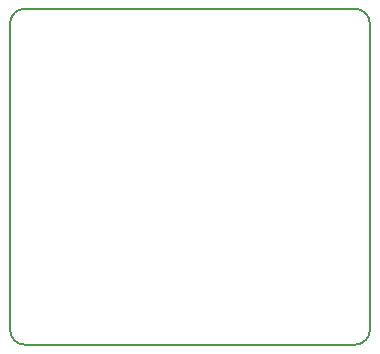
<source format=gm1>
G04 #@! TF.FileFunction,Profile,NP*
%FSLAX46Y46*%
G04 Gerber Fmt 4.6, Leading zero omitted, Abs format (unit mm)*
G04 Created by KiCad (PCBNEW 4.0.1-stable) date 2/6/2016 4:43:16 PM*
%MOMM*%
G01*
G04 APERTURE LIST*
%ADD10C,0.100000*%
%ADD11C,0.150000*%
G04 APERTURE END LIST*
D10*
D11*
X128270000Y-90170000D02*
X128270000Y-116078000D01*
X157480000Y-88900000D02*
X129540000Y-88900000D01*
X158750000Y-116078000D02*
X158750000Y-90170000D01*
X129540000Y-117348000D02*
X157480000Y-117348000D01*
X128270000Y-116078000D02*
G75*
G03X129540000Y-117348000I1270000J0D01*
G01*
X157480000Y-117348000D02*
G75*
G03X158750000Y-116078000I0J1270000D01*
G01*
X158750000Y-90170000D02*
G75*
G03X157480000Y-88900000I-1270000J0D01*
G01*
X129540000Y-88900000D02*
G75*
G03X128270000Y-90170000I0J-1270000D01*
G01*
M02*

</source>
